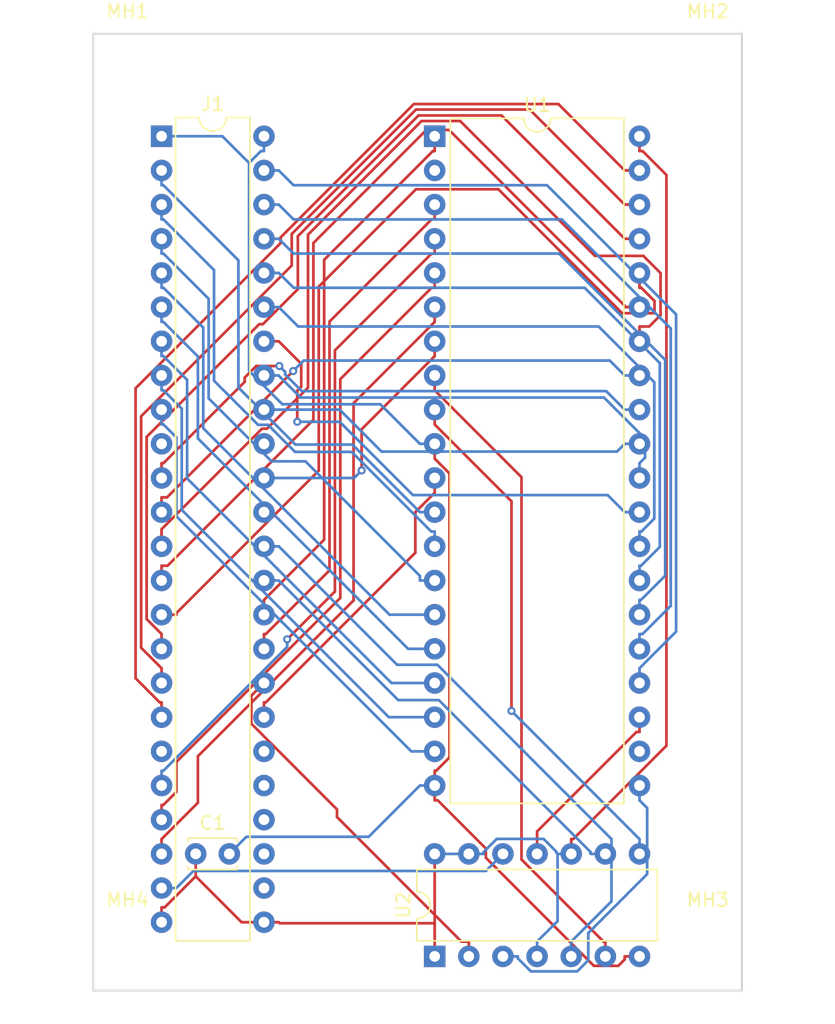
<source format=kicad_pcb>
(kicad_pcb (version 20211014) (generator pcbnew)
  (layers (0 "F.Cu" signal) (31 "B.Cu" signal) (34 "B.Paste" user) (35 "F.Paste" user) (36 "B.SilkS" user "B.Silkscreen") (37 "F.SilkS" user "F.Silkscreen") (38 "B.Mask" user) (39 "F.Mask" user) (44 "Edge.Cuts" user))
  (net 0 "")
  (net 1 "VCC")
  (net 2 "GND")
  (net 3 "/P53")
  (net 4 "Net-(J1-Pad30)")
  (net 5 "/P26")
  (net 6 "Net-(J1-Pad27)")
  (net 7 "/P27")
  (net 8 "/P47")
  (net 9 "/P46")
  (net 10 "Net-(J1-Pad26)")
  (net 11 "Net-(J1-Pad19)")
  (net 12 "/P25")
  (net 13 "/P24")
  (net 14 "/P23")
  (net 15 "/P22")
  (net 16 "/P21")
  (net 17 "/P20")
  (net 18 "/P34")
  (net 19 "Net-(J1-Pad10)")
  (net 20 "/P35")
  (net 21 "/P17")
  (net 22 "/P36")
  (net 23 "/P16")
  (net 24 "Net-(J1-Pad39)")
  (net 25 "/P15")
  (net 26 "/P14")
  (net 27 "/P13")
  (net 28 "/P42")
  (net 29 "/P12")
  (net 30 "/P11")
  (net 31 "/P44")
  (net 32 "/P10")
  (net 33 "/P45")
  (net 34 "/P33")
  (net 35 "/P32")
  (net 36 "/P31")
  (net 37 "/P30")
  (net 38 "/P51")
  (net 39 "/P43")
  (net 40 "/P52")
  (net 41 "/P50")
  (net 42 "/P37")
  (net 43 "/P40")
  (net 44 "Net-(J1-Pad28)")
  (net 45 "Net-(J1-Pad29)")
  (net 46 "Net-(J1-Pad37)")
  (net 47 "Net-(U1-Pad9)")
  (net 48 "Net-(U1-Pad8)")
  (net 49 "Net-(U1-Pad23)")
  (net 50 "Net-(U1-Pad22)")
  (net 51 "Net-(U1-Pad2)")
  (net 52 "Net-(U1-Pad21)")
  (footprint "MountingHole:MountingHole_3.2mm_M3" (layer "F.Cu") (at 101 70)
    (fp_text reference "MH1" (at 0 -4.2) (layer "F.SilkS"))
    (fp_text value "MountingHole_3.2mm_M3")
    (pad "" np_thru_hole circle locked (at 0 0) (size 3.2 3.2) (drill 3.2) (layers *.Cu *.Mask))
  )
  (footprint "MountingHole:MountingHole_3.2mm_M3" (layer "F.Cu") (at 144.18 70)
    (fp_text reference "MH2" (at 0 -4.2) (layer "F.SilkS"))
    (fp_text value "MountingHole_3.2mm_M3")
    (pad "" np_thru_hole circle locked (at 0 0) (size 3.2 3.2) (drill 3.2) (layers *.Cu *.Mask))
  )
  (footprint "MountingHole:MountingHole_3.2mm_M3" (layer "F.Cu") (at 144.18 136.04)
    (fp_text reference "MH3" (at 0 -4.2) (layer "F.SilkS"))
    (fp_text value "MountingHole_3.2mm_M3")
    (pad "" np_thru_hole circle locked (at 0 0) (size 3.2 3.2) (drill 3.2) (layers *.Cu *.Mask))
  )
  (footprint "MountingHole:MountingHole_3.2mm_M3" (layer "F.Cu") (at 101 136.04)
    (fp_text reference "MH4" (at 0 -4.2) (layer "F.SilkS"))
    (fp_text value "MountingHole_3.2mm_M3")
    (pad "" np_thru_hole circle locked (at 0 0) (size 3.2 3.2) (drill 3.2) (layers *.Cu *.Mask))
  )
  (footprint "Package_DIP:DIP-14_W7.62mm" (layer "F.Cu") (at 123.86 136.04 90)
    (fp_text reference "U2" (at 3.81 -2.33 90) (layer "F.SilkS"))
    (fp_text value "74HCT126")
    (fp_line (start 1.16 -1.33) (end 1.16 16.57) (layer "F.SilkS") (width 0.12))
    (fp_line (start 1.16 16.57) (end 6.46 16.57) (layer "F.SilkS") (width 0.12))
    (fp_line (start 6.46 16.57) (end 6.46 -1.33) (layer "F.SilkS") (width 0.12))
    (fp_line (start 6.46 -1.33) (end 4.81 -1.33) (layer "F.SilkS") (width 0.12))
    (fp_line (start 2.81 -1.33) (end 1.16 -1.33) (layer "F.SilkS") (width 0.12))
    (fp_arc (start 4.81 -1.33) (mid 3.81 -0.33) (end 2.81 -1.33) (layer "F.SilkS") (width 0.12))
    (pad "1" thru_hole rect locked (at 0 0 90) (size 1.6 1.6) (drill 0.8) (layers *.Cu *.Mask) (net 1 "VCC"))
    (pad "2" thru_hole oval locked (at 0 2.54 90) (size 1.6 1.6) (drill 0.8) (layers *.Cu *.Mask) (net 9 "/P46"))
    (pad "3" thru_hole oval locked (at 0 5.08 90) (size 1.6 1.6) (drill 0.8) (layers *.Cu *.Mask) (net 52 "Net-(U1-Pad21)"))
    (pad "4" thru_hole oval locked (at 0 7.62 90) (size 1.6 1.6) (drill 0.8) (layers *.Cu *.Mask) (net 1 "VCC"))
    (pad "5" thru_hole oval locked (at 0 10.16 90) (size 1.6 1.6) (drill 0.8) (layers *.Cu *.Mask) (net 28 "/P42"))
    (pad "6" thru_hole oval locked (at 0 12.7 90) (size 1.6 1.6) (drill 0.8) (layers *.Cu *.Mask) (net 48 "Net-(U1-Pad8)"))
    (pad "7" thru_hole oval locked (at 0 15.24 90) (size 1.6 1.6) (drill 0.8) (layers *.Cu *.Mask) (net 2 "GND"))
    (pad "8" thru_hole oval locked (at 7.62 15.24 90) (size 1.6 1.6) (drill 0.8) (layers *.Cu *.Mask) (net 47 "Net-(U1-Pad9)"))
    (pad "9" thru_hole oval locked (at 7.62 12.7 90) (size 1.6 1.6) (drill 0.8) (layers *.Cu *.Mask) (net 39 "/P43"))
    (pad "10" thru_hole oval locked (at 7.62 10.16 90) (size 1.6 1.6) (drill 0.8) (layers *.Cu *.Mask) (net 1 "VCC"))
    (pad "11" thru_hole oval locked (at 7.62 7.62 90) (size 1.6 1.6) (drill 0.8) (layers *.Cu *.Mask) (net 49 "Net-(U1-Pad23)"))
    (pad "12" thru_hole oval locked (at 7.62 5.08 90) (size 1.6 1.6) (drill 0.8) (layers *.Cu *.Mask) (net 3 "/P53"))
    (pad "13" thru_hole oval locked (at 7.62 2.54 90) (size 1.6 1.6) (drill 0.8) (layers *.Cu *.Mask) (net 1 "VCC"))
    (pad "14" thru_hole oval locked (at 7.62 0 90) (size 1.6 1.6) (drill 0.8) (layers *.Cu *.Mask) (net 1 "VCC"))
  )
  (footprint "Capacitor_THT:C_Disc_D3.4mm_W2.1mm_P2.50mm" (layer "F.Cu") (at 106.08 128.42)
    (fp_text reference "C1" (at 1.25 -2.3) (layer "F.SilkS"))
    (fp_text value "0.1u")
    (fp_line (start 3.07 -1.17) (end 3.07 -0.925) (layer "F.SilkS") (width 0.12))
    (fp_line (start -0.57 -1.17) (end 3.07 -1.17) (layer "F.SilkS") (width 0.12))
    (fp_line (start -0.57 1.17) (end 3.07 1.17) (layer "F.SilkS") (width 0.12))
    (fp_line (start -0.57 0.925) (end -0.57 1.17) (layer "F.SilkS") (width 0.12))
    (fp_line (start 3.07 0.925) (end 3.07 1.17) (layer "F.SilkS") (width 0.12))
    (fp_line (start -0.57 -1.17) (end -0.57 -0.925) (layer "F.SilkS") (width 0.12))
    (pad "1" thru_hole circle locked (at 0 0) (size 1.6 1.6) (drill 0.8) (layers *.Cu *.Mask) (net 1 "VCC"))
    (pad "2" thru_hole circle locked (at 2.5 0) (size 1.6 1.6) (drill 0.8) (layers *.Cu *.Mask) (net 2 "GND"))
  )
  (footprint "0-LocalLibrary:DIP-48_W7.62mm" (layer "F.Cu") (at 103.54 75.08)
    (fp_text reference "J1" (at 3.81 -2.39) (layer "F.SilkS"))
    (fp_text value "BionicConnector")
    (fp_line (start 1.04 59.81) (end 6.58 59.81) (layer "F.SilkS") (width 0.12))
    (fp_line (start 2.81 -1.39) (end 1.04 -1.39) (layer "F.SilkS") (width 0.12))
    (fp_line (start 6.58 -1.39) (end 4.81 -1.39) (layer "F.SilkS") (width 0.12))
    (fp_line (start 1.04 -1.39) (end 1.04 39.49) (layer "F.SilkS") (width 0.12))
    (fp_line (start 1.04 18.93) (end 1.04 59.81) (layer "F.SilkS") (width 0.12))
    (fp_line (start 6.58 39.49) (end 6.58 -1.39) (layer "F.SilkS") (width 0.12))
    (fp_line (start 6.58 59.81) (end 6.58 18.93) (layer "F.SilkS") (width 0.12))
    (fp_arc (start 4.81 -1.39) (mid 3.81 -0.39) (end 2.81 -1.39) (layer "F.SilkS") (width 0.12))
    (pad "1" thru_hole rect locked (at 0 0) (size 1.6 1.6) (drill 0.8) (layers *.Cu *.Mask) (net 2 "GND"))
    (pad "2" thru_hole oval locked (at 0 2.54) (size 1.6 1.6) (drill 0.8) (layers *.Cu *.Mask) (net 32 "/P10"))
    (pad "3" thru_hole oval locked (at 0 5.08) (size 1.6 1.6) (drill 0.8) (layers *.Cu *.Mask) (net 30 "/P11"))
    (pad "4" thru_hole oval locked (at 0 7.62) (size 1.6 1.6) (drill 0.8) (layers *.Cu *.Mask) (net 29 "/P12"))
    (pad "5" thru_hole oval locked (at 0 10.16) (size 1.6 1.6) (drill 0.8) (layers *.Cu *.Mask) (net 27 "/P13"))
    (pad "6" thru_hole oval locked (at 0 12.7) (size 1.6 1.6) (drill 0.8) (layers *.Cu *.Mask) (net 26 "/P14"))
    (pad "7" thru_hole oval locked (at 0 15.24) (size 1.6 1.6) (drill 0.8) (layers *.Cu *.Mask) (net 25 "/P15"))
    (pad "8" thru_hole oval locked (at 0 17.78) (size 1.6 1.6) (drill 0.8) (layers *.Cu *.Mask) (net 23 "/P16"))
    (pad "9" thru_hole oval locked (at 0 20.32) (size 1.6 1.6) (drill 0.8) (layers *.Cu *.Mask) (net 21 "/P17"))
    (pad "10" thru_hole oval locked (at 0 22.86) (size 1.6 1.6) (drill 0.8) (layers *.Cu *.Mask) (net 19 "Net-(J1-Pad10)"))
    (pad "11" thru_hole oval locked (at 0 25.4) (size 1.6 1.6) (drill 0.8) (layers *.Cu *.Mask) (net 37 "/P30"))
    (pad "12" thru_hole oval locked (at 0 27.94) (size 1.6 1.6) (drill 0.8) (layers *.Cu *.Mask) (net 36 "/P31"))
    (pad "13" thru_hole oval locked (at 0 30.48) (size 1.6 1.6) (drill 0.8) (layers *.Cu *.Mask) (net 35 "/P32"))
    (pad "14" thru_hole oval locked (at 0 33.02) (size 1.6 1.6) (drill 0.8) (layers *.Cu *.Mask) (net 34 "/P33"))
    (pad "15" thru_hole oval locked (at 0 35.56) (size 1.6 1.6) (drill 0.8) (layers *.Cu *.Mask) (net 18 "/P34"))
    (pad "16" thru_hole oval locked (at 0 38.1) (size 1.6 1.6) (drill 0.8) (layers *.Cu *.Mask) (net 20 "/P35"))
    (pad "17" thru_hole oval locked (at 0 40.64) (size 1.6 1.6) (drill 0.8) (layers *.Cu *.Mask) (net 22 "/P36"))
    (pad "18" thru_hole oval locked (at 0 43.18) (size 1.6 1.6) (drill 0.8) (layers *.Cu *.Mask) (net 42 "/P37"))
    (pad "19" thru_hole oval locked (at 0 45.72) (size 1.6 1.6) (drill 0.8) (layers *.Cu *.Mask) (net 11 "Net-(J1-Pad19)"))
    (pad "20" thru_hole oval locked (at 0 48.26) (size 1.6 1.6) (drill 0.8) (layers *.Cu *.Mask) (net 41 "/P50"))
    (pad "21" thru_hole oval locked (at 0 50.8) (size 1.6 1.6) (drill 0.8) (layers *.Cu *.Mask) (net 38 "/P51"))
    (pad "22" thru_hole oval locked (at 0 53.34) (size 1.6 1.6) (drill 0.8) (layers *.Cu *.Mask) (net 40 "/P52"))
    (pad "23" thru_hole oval locked (at 0 55.88) (size 1.6 1.6) (drill 0.8) (layers *.Cu *.Mask) (net 3 "/P53"))
    (pad "24" thru_hole oval locked (at 0 58.42) (size 1.6 1.6) (drill 0.8) (layers *.Cu *.Mask) (net 1 "VCC"))
    (pad "25" thru_hole oval locked (at 7.62 58.42) (size 1.6 1.6) (drill 0.8) (layers *.Cu *.Mask) (net 1 "VCC"))
    (pad "26" thru_hole oval locked (at 7.62 55.88) (size 1.6 1.6) (drill 0.8) (layers *.Cu *.Mask) (net 10 "Net-(J1-Pad26)"))
    (pad "27" thru_hole oval locked (at 7.62 53.34) (size 1.6 1.6) (drill 0.8) (layers *.Cu *.Mask) (net 6 "Net-(J1-Pad27)"))
    (pad "28" thru_hole oval locked (at 7.62 50.8) (size 1.6 1.6) (drill 0.8) (layers *.Cu *.Mask) (net 44 "Net-(J1-Pad28)"))
    (pad "29" thru_hole oval locked (at 7.62 48.26) (size 1.6 1.6) (drill 0.8) (layers *.Cu *.Mask) (net 45 "Net-(J1-Pad29)"))
    (pad "30" thru_hole oval locked (at 7.62 45.72) (size 1.6 1.6) (drill 0.8) (layers *.Cu *.Mask) (net 4 "Net-(J1-Pad30)"))
    (pad "31" thru_hole oval locked (at 7.62 43.18) (size 1.6 1.6) (drill 0.8) (layers *.Cu *.Mask) (net 8 "/P47"))
    (pad "32" thru_hole oval locked (at 7.62 40.64) (size 1.6 1.6) (drill 0.8) (layers *.Cu *.Mask) (net 9 "/P46"))
    (pad "33" thru_hole oval locked (at 7.62 38.1) (size 1.6 1.6) (drill 0.8) (layers *.Cu *.Mask) (net 33 "/P45"))
    (pad "34" thru_hole oval locked (at 7.62 35.56) (size 1.6 1.6) (drill 0.8) (layers *.Cu *.Mask) (net 31 "/P44"))
    (pad "35" thru_hole oval locked (at 7.62 33.02) (size 1.6 1.6) (drill 0.8) (layers *.Cu *.Mask) (net 39 "/P43"))
    (pad "36" thru_hole oval locked (at 7.62 30.48) (size 1.6 1.6) (drill 0.8) (layers *.Cu *.Mask) (net 28 "/P42"))
    (pad "37" thru_hole oval locked (at 7.62 27.94) (size 1.6 1.6) (drill 0.8) (layers *.Cu *.Mask) (net 46 "Net-(J1-Pad37)"))
    (pad "38" thru_hole oval locked (at 7.62 25.4) (size 1.6 1.6) (drill 0.8) (layers *.Cu *.Mask) (net 43 "/P40"))
    (pad "39" thru_hole oval locked (at 7.62 22.86) (size 1.6 1.6) (drill 0.8) (layers *.Cu *.Mask) (net 24 "Net-(J1-Pad39)"))
    (pad "40" thru_hole oval locked (at 7.62 20.32) (size 1.6 1.6) (drill 0.8) (layers *.Cu *.Mask) (net 7 "/P27"))
    (pad "41" thru_hole oval locked (at 7.62 17.78) (size 1.6 1.6) (drill 0.8) (layers *.Cu *.Mask) (net 5 "/P26"))
    (pad "42" thru_hole oval locked (at 7.62 15.24) (size 1.6 1.6) (drill 0.8) (layers *.Cu *.Mask) (net 12 "/P25"))
    (pad "43" thru_hole oval locked (at 7.62 12.7) (size 1.6 1.6) (drill 0.8) (layers *.Cu *.Mask) (net 13 "/P24"))
    (pad "44" thru_hole oval locked (at 7.62 10.16) (size 1.6 1.6) (drill 0.8) (layers *.Cu *.Mask) (net 14 "/P23"))
    (pad "45" thru_hole oval locked (at 7.62 7.62) (size 1.6 1.6) (drill 0.8) (layers *.Cu *.Mask) (net 15 "/P22"))
    (pad "46" thru_hole oval locked (at 7.62 5.08) (size 1.6 1.6) (drill 0.8) (layers *.Cu *.Mask) (net 16 "/P21"))
    (pad "47" thru_hole oval locked (at 7.62 2.54) (size 1.6 1.6) (drill 0.8) (layers *.Cu *.Mask) (net 17 "/P20"))
    (pad "48" thru_hole oval locked (at 7.62 0) (size 1.6 1.6) (drill 0.8) (layers *.Cu *.Mask) (net 2 "GND"))
  )
  (footprint "Package_DIP:DIP-40_W15.24mm" (layer "F.Cu") (at 123.86 75.08)
    (fp_text reference "U1" (at 7.62 -2.33) (layer "F.SilkS"))
    (fp_text value "TMP90P802A")
    (fp_line (start 1.16 -1.33) (end 1.16 49.59) (layer "F.SilkS") (width 0.12))
    (fp_line (start 1.16 49.59) (end 14.08 49.59) (layer "F.SilkS") (width 0.12))
    (fp_line (start 6.62 -1.33) (end 1.16 -1.33) (layer "F.SilkS") (width 0.12))
    (fp_line (start 14.08 -1.33) (end 8.62 -1.33) (layer "F.SilkS") (width 0.12))
    (fp_line (start 14.08 49.59) (end 14.08 -1.33) (layer "F.SilkS") (width 0.12))
    (fp_arc (start 8.62 -1.33) (mid 7.62 -0.33) (end 6.62 -1.33) (layer "F.SilkS") (width 0.12))
    (pad "1" thru_hole rect locked (at 0 0) (size 1.6 1.6) (drill 0.8) (layers *.Cu *.Mask) (net 31 "/P44"))
    (pad "2" thru_hole oval locked (at 0 2.54) (size 1.6 1.6) (drill 0.8) (layers *.Cu *.Mask) (net 51 "Net-(U1-Pad2)"))
    (pad "3" thru_hole oval locked (at 0 5.08) (size 1.6 1.6) (drill 0.8) (layers *.Cu *.Mask) (net 33 "/P45"))
    (pad "4" thru_hole oval locked (at 0 7.62) (size 1.6 1.6) (drill 0.8) (layers *.Cu *.Mask) (net 41 "/P50"))
    (pad "5" thru_hole oval locked (at 0 10.16) (size 1.6 1.6) (drill 0.8) (layers *.Cu *.Mask) (net 38 "/P51"))
    (pad "6" thru_hole oval locked (at 0 12.7) (size 1.6 1.6) (drill 0.8) (layers *.Cu *.Mask) (net 40 "/P52"))
    (pad "7" thru_hole oval locked (at 0 15.24) (size 1.6 1.6) (drill 0.8) (layers *.Cu *.Mask) (net 43 "/P40"))
    (pad "8" thru_hole oval locked (at 0 17.78) (size 1.6 1.6) (drill 0.8) (layers *.Cu *.Mask) (net 48 "Net-(U1-Pad8)"))
    (pad "9" thru_hole oval locked (at 0 20.32) (size 1.6 1.6) (drill 0.8) (layers *.Cu *.Mask) (net 47 "Net-(U1-Pad9)"))
    (pad "10" thru_hole oval locked (at 0 22.86) (size 1.6 1.6) (drill 0.8) (layers *.Cu *.Mask) (net 2 "GND"))
    (pad "11" thru_hole oval locked (at 0 25.4) (size 1.6 1.6) (drill 0.8) (layers *.Cu *.Mask) (net 8 "/P47"))
    (pad "12" thru_hole oval locked (at 0 27.94) (size 1.6 1.6) (drill 0.8) (layers *.Cu *.Mask) (net 32 "/P10"))
    (pad "13" thru_hole oval locked (at 0 30.48) (size 1.6 1.6) (drill 0.8) (layers *.Cu *.Mask) (net 30 "/P11"))
    (pad "14" thru_hole oval locked (at 0 33.02) (size 1.6 1.6) (drill 0.8) (layers *.Cu *.Mask) (net 29 "/P12"))
    (pad "15" thru_hole oval locked (at 0 35.56) (size 1.6 1.6) (drill 0.8) (layers *.Cu *.Mask) (net 27 "/P13"))
    (pad "16" thru_hole oval locked (at 0 38.1) (size 1.6 1.6) (drill 0.8) (layers *.Cu *.Mask) (net 26 "/P14"))
    (pad "17" thru_hole oval locked (at 0 40.64) (size 1.6 1.6) (drill 0.8) (layers *.Cu *.Mask) (net 25 "/P15"))
    (pad "18" thru_hole oval locked (at 0 43.18) (size 1.6 1.6) (drill 0.8) (layers *.Cu *.Mask) (net 23 "/P16"))
    (pad "19" thru_hole oval locked (at 0 45.72) (size 1.6 1.6) (drill 0.8) (layers *.Cu *.Mask) (net 21 "/P17"))
    (pad "20" thru_hole oval locked (at 0 48.26) (size 1.6 1.6) (drill 0.8) (layers *.Cu *.Mask) (net 2 "GND"))
    (pad "21" thru_hole oval locked (at 15.24 48.26) (size 1.6 1.6) (drill 0.8) (layers *.Cu *.Mask) (net 52 "Net-(U1-Pad21)"))
    (pad "22" thru_hole oval locked (at 15.24 45.72) (size 1.6 1.6) (drill 0.8) (layers *.Cu *.Mask) (net 50 "Net-(U1-Pad22)"))
    (pad "23" thru_hole oval locked (at 15.24 43.18) (size 1.6 1.6) (drill 0.8) (layers *.Cu *.Mask) (net 49 "Net-(U1-Pad23)"))
    (pad "24" thru_hole oval locked (at 15.24 40.64) (size 1.6 1.6) (drill 0.8) (layers *.Cu *.Mask) (net 17 "/P20"))
    (pad "25" thru_hole oval locked (at 15.24 38.1) (size 1.6 1.6) (drill 0.8) (layers *.Cu *.Mask) (net 16 "/P21"))
    (pad "26" thru_hole oval locked (at 15.24 35.56) (size 1.6 1.6) (drill 0.8) (layers *.Cu *.Mask) (net 15 "/P22"))
    (pad "27" thru_hole oval locked (at 15.24 33.02) (size 1.6 1.6) (drill 0.8) (layers *.Cu *.Mask) (net 14 "/P23"))
    (pad "28" thru_hole oval locked (at 15.24 30.48) (size 1.6 1.6) (drill 0.8) (layers *.Cu *.Mask) (net 13 "/P24"))
    (pad "29" thru_hole oval locked (at 15.24 27.94) (size 1.6 1.6) (drill 0.8) (layers *.Cu *.Mask) (net 12 "/P25"))
    (pad "30" thru_hole oval locked (at 15.24 25.4) (size 1.6 1.6) (drill 0.8) (layers *.Cu *.Mask) (net 5 "/P26"))
    (pad "31" thru_hole oval locked (at 15.24 22.86) (size 1.6 1.6) (drill 0.8) (layers *.Cu *.Mask) (net 7 "/P27"))
    (pad "32" thru_hole oval locked (at 15.24 20.32) (size 1.6 1.6) (drill 0.8) (layers *.Cu *.Mask) (net 37 "/P30"))
    (pad "33" thru_hole oval locked (at 15.24 17.78) (size 1.6 1.6) (drill 0.8) (layers *.Cu *.Mask) (net 36 "/P31"))
    (pad "34" thru_hole oval locked (at 15.24 15.24) (size 1.6 1.6) (drill 0.8) (layers *.Cu *.Mask) (net 35 "/P32"))
    (pad "35" thru_hole oval locked (at 15.24 12.7) (size 1.6 1.6) (drill 0.8) (layers *.Cu *.Mask) (net 34 "/P33"))
    (pad "36" thru_hole oval locked (at 15.24 10.16) (size 1.6 1.6) (drill 0.8) (layers *.Cu *.Mask) (net 18 "/P34"))
    (pad "37" thru_hole oval locked (at 15.24 7.62) (size 1.6 1.6) (drill 0.8) (layers *.Cu *.Mask) (net 20 "/P35"))
    (pad "38" thru_hole oval locked (at 15.24 5.08) (size 1.6 1.6) (drill 0.8) (layers *.Cu *.Mask) (net 22 "/P36"))
    (pad "39" thru_hole oval locked (at 15.24 2.54) (size 1.6 1.6) (drill 0.8) (layers *.Cu *.Mask) (net 42 "/P37"))
    (pad "40" thru_hole oval locked (at 15.24 0) (size 1.6 1.6) (drill 0.8) (layers *.Cu *.Mask) (net 1 "VCC"))
  )
  (gr_line (start 98.46 138.58) (end 98.46 67.46) (layer "Edge.Cuts") (width 0.15))
  (gr_line (start 98.46 67.46) (end 146.72 67.46) (layer "Edge.Cuts") (width 0.15))
  (gr_line (start 146.72 138.58) (end 98.46 138.58) (layer "Edge.Cuts") (width 0.15))
  (gr_line (start 146.72 67.46) (end 146.72 138.58) (layer "Edge.Cuts") (width 0.15))
  (segment (start 106.08 128.42) (end 106.08 130.0877) (width 0.2) (layer "F.Cu") (net 1))
  (segment (start 111.16 133.5) (end 112.2603 133.5) (width 0.2) (layer "F.Cu") (net 1))
  (segment (start 141.1018 120.3838) (end 141.1018 77.9541) (width 0.2) (layer "F.Cu") (net 1))
  (segment (start 139.328 76.1803) (end 139.1 76.1803) (width 0.2) (layer "F.Cu") (net 1))
  (segment (start 109.4923 133.5) (end 106.08 130.0877) (width 0.2) (layer "F.Cu") (net 1))
  (segment (start 111.16 133.5) (end 109.4923 133.5) (width 0.2) (layer "F.Cu") (net 1))
  (segment (start 123.86 133.5772) (end 112.3375 133.5772) (width 0.2) (layer "F.Cu") (net 1))
  (segment (start 103.768 132.3997) (end 103.54 132.3997) (width 0.2) (layer "F.Cu") (net 1))
  (segment (start 134.1659 127.3197) (end 141.1018 120.3838) (width 0.2) (layer "F.Cu") (net 1))
  (segment (start 112.3375 133.5772) (end 112.2603 133.5) (width 0.2) (layer "F.Cu") (net 1))
  (segment (start 139.1 75.08) (end 139.1 76.1803) (width 0.2) (layer "F.Cu") (net 1))
  (segment (start 123.86 136.04) (end 123.86 133.5772) (width 0.2) (layer "F.Cu") (net 1))
  (segment (start 106.08 130.0877) (end 103.768 132.3997) (width 0.2) (layer "F.Cu") (net 1))
  (segment (start 141.1018 77.9541) (end 139.328 76.1803) (width 0.2) (layer "F.Cu") (net 1))
  (segment (start 134.02 127.3197) (end 134.1659 127.3197) (width 0.2) (layer "F.Cu") (net 1))
  (segment (start 103.54 133.5) (end 103.54 132.3997) (width 0.2) (layer "F.Cu") (net 1))
  (segment (start 134.02 128.42) (end 134.02 127.3197) (width 0.2) (layer "F.Cu") (net 1))
  (segment (start 123.86 133.5772) (end 123.86 128.42) (width 0.2) (layer "F.Cu") (net 1))
  (segment (start 134.02 128.42) (end 133.0032 128.42) (width 0.2) (layer "B.Cu") (net 1))
  (segment (start 128.4746 127.3082) (end 131.9636 127.3082) (width 0.2) (layer "B.Cu") (net 1))
  (segment (start 127.5003 128.42) (end 127.5003 128.2825) (width 0.2) (layer "B.Cu") (net 1))
  (segment (start 131.48 136.04) (end 131.48 134.9397) (width 0.2) (layer "B.Cu") (net 1))
  (segment (start 126.4 128.42) (end 127.5003 128.42) (width 0.2) (layer "B.Cu") (net 1))
  (segment (start 132.9197 128.3366) (end 132.9198 128.3366) (width 0.2) (layer "B.Cu") (net 1))
  (segment (start 132.9198 128.3366) (end 133.0032 128.42) (width 0.2) (layer "B.Cu") (net 1))
  (segment (start 127.5003 128.2825) (end 128.4746 127.3082) (width 0.2) (layer "B.Cu") (net 1))
  (segment (start 132.9197 128.2643) (end 132.9197 128.3366) (width 0.2) (layer "B.Cu") (net 1))
  (segment (start 133.0032 128.42) (end 133.0032 133.4165) (width 0.2) (layer "B.Cu") (net 1))
  (segment (start 131.9636 127.3082) (end 132.9197 128.2643) (width 0.2) (layer "B.Cu") (net 1))
  (segment (start 126.4 128.42) (end 123.86 128.42) (width 0.2) (layer "B.Cu") (net 1))
  (segment (start 133.0032 133.4165) (end 131.48 134.9397) (width 0.2) (layer "B.Cu") (net 1))
  (segment (start 137.9997 136.04) (end 137.9997 136.268) (width 0.2) (layer "F.Cu") (net 2))
  (segment (start 137.9997 136.268) (end 137.5275 136.7402) (width 0.2) (layer "F.Cu") (net 2))
  (segment (start 139.1 136.04) (end 137.9997 136.04) (width 0.2) (layer "F.Cu") (net 2))
  (segment (start 127.67 128.0223) (end 124.088 124.4403) (width 0.2) (layer "F.Cu") (net 2))
  (segment (start 123.86 97.94) (end 123.86 99.0403) (width 0.2) (layer "F.Cu") (net 2))
  (segment (start 127.67 128.7068) (end 127.67 128.0223) (width 0.2) (layer "F.Cu") (net 2))
  (segment (start 124.9652 121.2485) (end 123.974 122.2397) (width 0.2) (layer "F.Cu") (net 2))
  (segment (start 135.7034 136.7402) (end 127.67 128.7068) (width 0.2) (layer "F.Cu") (net 2))
  (segment (start 123.974 122.2397) (end 123.86 122.2397) (width 0.2) (layer "F.Cu") (net 2))
  (segment (start 124.088 124.4403) (end 123.86 124.4403) (width 0.2) (layer "F.Cu") (net 2))
  (segment (start 137.5275 136.7402) (end 135.7034 136.7402) (width 0.2) (layer "F.Cu") (net 2))
  (segment (start 123.86 123.34) (end 123.86 122.2397) (width 0.2) (layer "F.Cu") (net 2))
  (segment (start 123.86 123.34) (end 123.86 124.4403) (width 0.2) (layer "F.Cu") (net 2))
  (segment (start 124.9652 100.1455) (end 124.9652 121.2485) (width 0.2) (layer "F.Cu") (net 2))
  (segment (start 123.86 99.0403) (end 124.9652 100.1455) (width 0.2) (layer "F.Cu") (net 2))
  (segment (start 109.85 127.15) (end 108.58 128.42) (width 0.2) (layer "B.Cu") (net 2))
  (segment (start 108.0661 75.08) (end 110.0492 77.0631) (width 0.2) (layer "B.Cu") (net 2))
  (segment (start 110.0492 92.5241) (end 110.0492 77.0631) (width 0.2) (layer "B.Cu") (net 2))
  (segment (start 110.932 76.1803) (end 111.16 76.1803) (width 0.2) (layer "B.Cu") (net 2))
  (segment (start 110.0492 77.0631) (end 110.932 76.1803) (width 0.2) (layer "B.Cu") (net 2))
  (segment (start 111.16 75.08) (end 111.16 76.1803) (width 0.2) (layer "B.Cu") (net 2))
  (segment (start 118.9497 127.15) (end 109.85 127.15) (width 0.2) (layer "B.Cu") (net 2))
  (segment (start 123.86 123.34) (end 122.7597 123.34) (width 0.2) (layer "B.Cu") (net 2))
  (segment (start 119.8193 94.9996) (end 112.5247 94.9996) (width 0.2) (layer "B.Cu") (net 2))
  (segment (start 122.7597 123.34) (end 118.9497 127.15) (width 0.2) (layer "B.Cu") (net 2))
  (segment (start 122.7597 97.94) (end 119.8193 94.9996) (width 0.2) (layer "B.Cu") (net 2))
  (segment (start 103.54 75.08) (end 108.0661 75.08) (width 0.2) (layer "B.Cu") (net 2))
  (segment (start 123.86 97.94) (end 122.7597 97.94) (width 0.2) (layer "B.Cu") (net 2))
  (segment (start 112.5247 94.9996) (end 110.0492 92.5241) (width 0.2) (layer "B.Cu") (net 2))
  (segment (start 128.94 128.42) (end 127.67 129.69) (width 0.2) (layer "B.Cu") (net 3))
  (segment (start 127.67 129.69) (end 105.9103 129.69) (width 0.2) (layer "B.Cu") (net 3))
  (segment (start 105.9103 129.69) (end 104.6403 130.96) (width 0.2) (layer "B.Cu") (net 3))
  (segment (start 103.54 130.96) (end 104.6403 130.96) (width 0.2) (layer "B.Cu") (net 3))
  (segment (start 111.16 92.86) (end 112.2603 92.86) (width 0.2) (layer "B.Cu") (net 5))
  (segment (start 136.4599 94.5017) (end 113.8859 94.5017) (width 0.2) (layer "B.Cu") (net 5))
  (segment (start 139.515 98.9647) (end 139.515 97.5568) (width 0.2) (layer "B.Cu") (net 5))
  (segment (start 113.8859 94.5017) (end 112.2603 92.8761) (width 0.2) (layer "B.Cu") (net 5))
  (segment (start 112.2603 92.8761) (end 112.2603 92.86) (width 0.2) (layer "B.Cu") (net 5))
  (segment (start 139.1 99.3797) (end 139.515 98.9647) (width 0.2) (layer "B.Cu") (net 5))
  (segment (start 139.1 100.48) (end 139.1 99.3797) (width 0.2) (layer "B.Cu") (net 5))
  (segment (start 139.515 97.5568) (end 136.4599 94.5017) (width 0.2) (layer "B.Cu") (net 5))
  (segment (start 112.2603 95.4) (end 116.7859 95.4) (width 0.2) (layer "B.Cu") (net 7))
  (segment (start 116.7859 95.4) (end 119.9032 98.5173) (width 0.2) (layer "B.Cu") (net 7))
  (segment (start 137.4224 98.5173) (end 137.9997 97.94) (width 0.2) (layer "B.Cu") (net 7))
  (segment (start 139.1 97.94) (end 137.9997 97.94) (width 0.2) (layer "B.Cu") (net 7))
  (segment (start 119.9032 98.5173) (end 137.4224 98.5173) (width 0.2) (layer "B.Cu") (net 7))
  (segment (start 111.16 95.4) (end 112.2603 95.4) (width 0.2) (layer "B.Cu") (net 7))
  (segment (start 111.16 117.1597) (end 111.2975 117.1597) (width 0.2) (layer "F.Cu") (net 8))
  (segment (start 111.16 118.26) (end 111.16 117.1597) (width 0.2) (layer "F.Cu") (net 8))
  (segment (start 122.4204 103.0199) (end 123.86 101.5803) (width 0.2) (layer "F.Cu") (net 8))
  (segment (start 111.2975 117.1597) (end 122.4204 106.0368) (width 0.2) (layer "F.Cu") (net 8))
  (segment (start 123.86 100.48) (end 123.86 101.5803) (width 0.2) (layer "F.Cu") (net 8))
  (segment (start 122.4204 106.0368) (end 122.4204 103.0199) (width 0.2) (layer "F.Cu") (net 8))
  (segment (start 126.4 134.9397) (end 125.8498 134.9397) (width 0.2) (layer "F.Cu") (net 9))
  (segment (start 116.5932 125.6831) (end 116.5932 125.118) (width 0.2) (layer "F.Cu") (net 9))
  (segment (start 110.2194 118.7442) (end 110.2194 116.6606) (width 0.2) (layer "F.Cu") (net 9))
  (segment (start 116.5932 125.118) (end 110.2194 118.7442) (width 0.2) (layer "F.Cu") (net 9))
  (segment (start 125.8498 134.9397) (end 116.5932 125.6831) (width 0.2) (layer "F.Cu") (net 9))
  (segment (start 126.4 136.04) (end 126.4 134.9397) (width 0.2) (layer "F.Cu") (net 9))
  (segment (start 110.2194 116.6606) (end 111.16 115.72) (width 0.2) (layer "F.Cu") (net 9))
  (segment (start 113.635 93.9964) (end 113.635 96.303) (width 0.2) (layer "F.Cu") (net 12))
  (segment (start 113.9332 91.9929) (end 113.9332 93.6982) (width 0.2) (layer "F.Cu") (net 12))
  (segment (start 111.16 90.32) (end 112.2603 90.32) (width 0.2) (layer "F.Cu") (net 12))
  (segment (start 113.9332 93.6982) (end 113.635 93.9964) (width 0.2) (layer "F.Cu") (net 12))
  (segment (start 112.2603 90.32) (end 113.9332 91.9929) (width 0.2) (layer "F.Cu") (net 12))
  (via (at 113.635 96.303) (size 0.6) (drill 0.3) (layers "F.Cu" "B.Cu") (net 12))
  (segment (start 116.791 96.303) (end 122.238 101.75) (width 0.2) (layer "B.Cu") (net 12))
  (segment (start 139.1 103.02) (end 137.9997 103.02) (width 0.2) (layer "B.Cu") (net 12))
  (segment (start 113.635 96.303) (end 116.791 96.303) (width 0.2) (layer "B.Cu") (net 12))
  (segment (start 136.7297 101.75) (end 137.9997 103.02) (width 0.2) (layer "B.Cu") (net 12))
  (segment (start 122.238 101.75) (end 136.7297 101.75) (width 0.2) (layer "B.Cu") (net 12))
  (segment (start 112.2603 87.78) (end 113.7 89.2197) (width 0.2) (layer "B.Cu") (net 13))
  (segment (start 140.2009 93.3591) (end 140.2009 103.4963) (width 0.2) (layer "B.Cu") (net 13))
  (segment (start 140.2009 103.4963) (end 139.2375 104.4597) (width 0.2) (layer "B.Cu") (net 13))
  (segment (start 111.16 87.78) (end 112.2603 87.78) (width 0.2) (layer "B.Cu") (net 13))
  (segment (start 113.7 89.2197) (end 136.0615 89.2197) (width 0.2) (layer "B.Cu") (net 13))
  (segment (start 139.1 105.56) (end 139.1 104.4597) (width 0.2) (layer "B.Cu") (net 13))
  (segment (start 136.0615 89.2197) (end 140.2009 93.3591) (width 0.2) (layer "B.Cu") (net 13))
  (segment (start 139.2375 104.4597) (end 139.1 104.4597) (width 0.2) (layer "B.Cu") (net 13))
  (segment (start 111.16 85.24) (end 112.2603 85.24) (width 0.2) (layer "B.Cu") (net 14))
  (segment (start 139.214 106.9997) (end 139.1 106.9997) (width 0.2) (layer "B.Cu") (net 14))
  (segment (start 113.3606 86.3403) (end 135.0106 86.3403) (width 0.2) (layer "B.Cu") (net 14))
  (segment (start 112.2603 85.24) (end 113.3606 86.3403) (width 0.2) (layer "B.Cu") (net 14))
  (segment (start 139.1 108.1) (end 139.1 106.9997) (width 0.2) (layer "B.Cu") (net 14))
  (segment (start 140.6106 91.9403) (end 140.6106 105.6031) (width 0.2) (layer "B.Cu") (net 14))
  (segment (start 140.6106 105.6031) (end 139.214 106.9997) (width 0.2) (layer "B.Cu") (net 14))
  (segment (start 135.0106 86.3403) (end 140.6106 91.9403) (width 0.2) (layer "B.Cu") (net 14))
  (segment (start 133.1136 83.8003) (end 141.0109 91.6976) (width 0.2) (layer "B.Cu") (net 15))
  (segment (start 113.3606 83.8003) (end 133.1136 83.8003) (width 0.2) (layer "B.Cu") (net 15))
  (segment (start 111.16 82.7) (end 112.2603 82.7) (width 0.2) (layer "B.Cu") (net 15))
  (segment (start 139.1 110.64) (end 139.1 109.5397) (width 0.2) (layer "B.Cu") (net 15))
  (segment (start 112.2603 82.7) (end 113.3606 83.8003) (width 0.2) (layer "B.Cu") (net 15))
  (segment (start 139.214 109.5397) (end 139.1 109.5397) (width 0.2) (layer "B.Cu") (net 15))
  (segment (start 141.0109 91.6976) (end 141.0109 107.7428) (width 0.2) (layer "B.Cu") (net 15))
  (segment (start 141.0109 107.7428) (end 139.214 109.5397) (width 0.2) (layer "B.Cu") (net 15))
  (segment (start 141.4234 109.9843) (end 139.328 112.0797) (width 0.2) (layer "B.Cu") (net 16))
  (segment (start 111.16 80.16) (end 112.2603 80.16) (width 0.2) (layer "B.Cu") (net 16))
  (segment (start 112.2603 80.16) (end 113.3606 81.2603) (width 0.2) (layer "B.Cu") (net 16))
  (segment (start 133.3201 81.2603) (end 141.4234 89.3636) (width 0.2) (layer "B.Cu") (net 16))
  (segment (start 139.1 113.18) (end 139.1 112.0797) (width 0.2) (layer "B.Cu") (net 16))
  (segment (start 139.328 112.0797) (end 139.1 112.0797) (width 0.2) (layer "B.Cu") (net 16))
  (segment (start 141.4234 89.3636) (end 141.4234 109.9843) (width 0.2) (layer "B.Cu") (net 16))
  (segment (start 113.3606 81.2603) (end 133.3201 81.2603) (width 0.2) (layer "B.Cu") (net 16))
  (segment (start 139.1 115.72) (end 139.1 114.6197) (width 0.2) (layer "B.Cu") (net 17))
  (segment (start 141.8238 111.8959) (end 141.8238 88.3241) (width 0.2) (layer "B.Cu") (net 17))
  (segment (start 139.1 114.6197) (end 141.8238 111.8959) (width 0.2) (layer "B.Cu") (net 17))
  (segment (start 113.3606 78.7203) (end 112.2603 77.62) (width 0.2) (layer "B.Cu") (net 17))
  (segment (start 141.8238 88.3241) (end 132.22 78.7203) (width 0.2) (layer "B.Cu") (net 17))
  (segment (start 111.16 77.62) (end 112.2603 77.62) (width 0.2) (layer "B.Cu") (net 17))
  (segment (start 132.22 78.7203) (end 113.3606 78.7203) (width 0.2) (layer "B.Cu") (net 17))
  (segment (start 139.1 86.3403) (end 139.2318 86.3403) (width 0.2) (layer "F.Cu") (net 18))
  (segment (start 139.1 85.24) (end 139.1 86.3403) (width 0.2) (layer "F.Cu") (net 18))
  (segment (start 140.1583 88.2331) (end 137.8122 88.2331) (width 0.2) (layer "F.Cu") (net 18))
  (segment (start 115.2362 86.2513) (end 115.2362 99.9301) (width 0.2) (layer "F.Cu") (net 18))
  (segment (start 140.2167 87.3252) (end 140.2167 88.1747) (width 0.2) (layer "F.Cu") (net 18))
  (segment (start 104.6403 110.526) (end 104.6403 110.64) (width 0.2) (layer "F.Cu") (net 18))
  (segment (start 137.8122 88.2331) (end 128.5975 79.0184) (width 0.2) (layer "F.Cu") (net 18))
  (segment (start 128.5975 79.0184) (end 122.4691 79.0184) (width 0.2) (layer "F.Cu") (net 18))
  (segment (start 103.54 110.64) (end 104.6403 110.64) (width 0.2) (layer "F.Cu") (net 18))
  (segment (start 115.2362 99.9301) (end 104.6403 110.526) (width 0.2) (layer "F.Cu") (net 18))
  (segment (start 139.2318 86.3403) (end 140.2167 87.3252) (width 0.2) (layer "F.Cu") (net 18))
  (segment (start 140.2167 88.1747) (end 140.1583 88.2331) (width 0.2) (layer "F.Cu") (net 18))
  (segment (start 122.4691 79.0184) (end 115.2362 86.2513) (width 0.2) (layer "F.Cu") (net 18))
  (segment (start 103.54 113.18) (end 103.54 112.0797) (width 0.2) (layer "F.Cu") (net 20))
  (segment (start 128.8334 73.5337) (end 137.9997 82.7) (width 0.2) (layer "F.Cu") (net 20))
  (segment (start 122.6548 73.5337) (end 128.8334 73.5337) (width 0.2) (layer "F.Cu") (net 20))
  (segment (start 113.6815 86.444) (end 113.6815 82.507) (width 0.2) (layer "F.Cu") (net 20))
  (segment (start 102.4284 110.9681) (end 102.4284 97.4256) (width 0.2) (layer "F.Cu") (net 20))
  (segment (start 103.54 112.0797) (end 102.4284 110.9681) (width 0.2) (layer "F.Cu") (net 20))
  (segment (start 113.6815 82.507) (end 122.6548 73.5337) (width 0.2) (layer "F.Cu") (net 20))
  (segment (start 102.4284 97.4256) (end 110.804 89.05) (width 0.2) (layer "F.Cu") (net 20))
  (segment (start 110.804 89.05) (end 111.0755 89.05) (width 0.2) (layer "F.Cu") (net 20))
  (segment (start 111.0755 89.05) (end 113.6815 86.444) (width 0.2) (layer "F.Cu") (net 20))
  (segment (start 139.1 82.7) (end 137.9997 82.7) (width 0.2) (layer "F.Cu") (net 20))
  (segment (start 104.6403 103.322) (end 122.1183 120.8) (width 0.2) (layer "B.Cu") (net 21))
  (segment (start 103.54 96.5003) (end 103.6777 96.5003) (width 0.2) (layer "B.Cu") (net 21))
  (segment (start 123.86 120.8) (end 122.7597 120.8) (width 0.2) (layer "B.Cu") (net 21))
  (segment (start 103.54 95.4) (end 103.54 96.5003) (width 0.2) (layer "B.Cu") (net 21))
  (segment (start 122.1183 120.8) (end 122.7597 120.8) (width 0.2) (layer "B.Cu") (net 21))
  (segment (start 103.6777 96.5003) (end 104.6403 97.4629) (width 0.2) (layer "B.Cu") (net 21))
  (segment (start 104.6403 97.4629) (end 104.6403 103.322) (width 0.2) (layer "B.Cu") (net 21))
  (segment (start 102.0195 95.8935) (end 113.224 84.689) (width 0.2) (layer "F.Cu") (net 22))
  (segment (start 122.4709 73.0936) (end 130.9333 73.0936) (width 0.2) (layer "F.Cu") (net 22))
  (segment (start 102.0195 113.0992) (end 102.0195 95.8935) (width 0.2) (layer "F.Cu") (net 22))
  (segment (start 113.224 84.689) (end 113.224 82.3405) (width 0.2) (layer "F.Cu") (net 22))
  (segment (start 139.1 80.16) (end 137.9997 80.16) (width 0.2) (layer "F.Cu") (net 22))
  (segment (start 113.224 82.3405) (end 122.4709 73.0936) (width 0.2) (layer "F.Cu") (net 22))
  (segment (start 103.54 115.72) (end 103.54 114.6197) (width 0.2) (layer "F.Cu") (net 22))
  (segment (start 130.9333 73.0936) (end 137.9997 80.16) (width 0.2) (layer "F.Cu") (net 22))
  (segment (start 103.54 114.6197) (end 102.0195 113.0992) (width 0.2) (layer "F.Cu") (net 22))
  (segment (start 103.6777 93.9603) (end 105.0406 95.3232) (width 0.2) (layer "B.Cu") (net 23))
  (segment (start 105.0406 95.3232) (end 105.0406 102.8506) (width 0.2) (layer "B.Cu") (net 23))
  (segment (start 120.45 118.26) (end 123.86 118.26) (width 0.2) (layer "B.Cu") (net 23))
  (segment (start 103.54 93.9603) (end 103.6777 93.9603) (width 0.2) (layer "B.Cu") (net 23))
  (segment (start 103.54 92.86) (end 103.54 93.9603) (width 0.2) (layer "B.Cu") (net 23))
  (segment (start 105.0406 102.8506) (end 120.45 118.26) (width 0.2) (layer "B.Cu") (net 23))
  (segment (start 103.54 91.4203) (end 103.6775 91.4203) (width 0.2) (layer "B.Cu") (net 25))
  (segment (start 103.6775 91.4203) (end 105.441 93.1838) (width 0.2) (layer "B.Cu") (net 25))
  (segment (start 105.441 100.5163) (end 120.6447 115.72) (width 0.2) (layer "B.Cu") (net 25))
  (segment (start 120.6447 115.72) (end 123.86 115.72) (width 0.2) (layer "B.Cu") (net 25))
  (segment (start 105.441 93.1838) (end 105.441 100.5163) (width 0.2) (layer "B.Cu") (net 25))
  (segment (start 103.54 90.32) (end 103.54 91.4203) (width 0.2) (layer "B.Cu") (net 25))
  (segment (start 103.54 87.78) (end 103.54 88.8803) (width 0.2) (layer "B.Cu") (net 26))
  (segment (start 106.2416 97.537) (end 106.2416 91.4444) (width 0.2) (layer "B.Cu") (net 26))
  (segment (start 103.6775 88.8803) (end 103.54 88.8803) (width 0.2) (layer "B.Cu") (net 26))
  (segment (start 106.2416 91.4444) (end 103.6775 88.8803) (width 0.2) (layer "B.Cu") (net 26))
  (segment (start 123.86 113.18) (end 121.8846 113.18) (width 0.2) (layer "B.Cu") (net 26))
  (segment (start 121.8846 113.18) (end 106.2416 97.537) (width 0.2) (layer "B.Cu") (net 26))
  (segment (start 103.54 85.24) (end 103.54 86.3403) (width 0.2) (layer "B.Cu") (net 27))
  (segment (start 123.86 110.64) (end 122.7597 110.64) (width 0.2) (layer "B.Cu") (net 27))
  (segment (start 106.6419 89.3047) (end 103.6775 86.3403) (width 0.2) (layer "B.Cu") (net 27))
  (segment (start 120.4976 110.64) (end 106.6419 96.7843) (width 0.2) (layer "B.Cu") (net 27))
  (segment (start 106.6419 96.7843) (end 106.6419 89.3047) (width 0.2) (layer "B.Cu") (net 27))
  (segment (start 122.7597 110.64) (end 120.4976 110.64) (width 0.2) (layer "B.Cu") (net 27))
  (segment (start 103.6775 86.3403) (end 103.54 86.3403) (width 0.2) (layer "B.Cu") (net 27))
  (segment (start 111.16 105.56) (end 112.2603 105.56) (width 0.2) (layer "B.Cu") (net 28))
  (segment (start 137.0127 131.947) (end 137.0127 127.3136) (width 0.2) (layer "B.Cu") (net 28))
  (segment (start 134.02 134.9397) (end 137.0127 131.947) (width 0.2) (layer "B.Cu") (net 28))
  (segment (start 137.0127 127.3136) (end 124.0627 114.3636) (width 0.2) (layer "B.Cu") (net 28))
  (segment (start 121.0639 114.3636) (end 112.2603 105.56) (width 0.2) (layer "B.Cu") (net 28))
  (segment (start 124.0627 114.3636) (end 121.0639 114.3636) (width 0.2) (layer "B.Cu") (net 28))
  (segment (start 134.02 136.04) (end 134.02 134.9397) (width 0.2) (layer "B.Cu") (net 28))
  (segment (start 114.2479 99.2429) (end 122.7597 107.7547) (width 0.2) (layer "B.Cu") (net 29))
  (segment (start 123.86 108.1) (end 122.7597 108.1) (width 0.2) (layer "B.Cu") (net 29))
  (segment (start 107.0423 94.5611) (end 111.7241 99.2429) (width 0.2) (layer "B.Cu") (net 29))
  (segment (start 103.54 83.8003) (end 103.6775 83.8003) (width 0.2) (layer "B.Cu") (net 29))
  (segment (start 111.7241 99.2429) (end 114.2479 99.2429) (width 0.2) (layer "B.Cu") (net 29))
  (segment (start 107.0423 87.1651) (end 107.0423 94.5611) (width 0.2) (layer "B.Cu") (net 29))
  (segment (start 122.7597 107.7547) (end 122.7597 108.1) (width 0.2) (layer "B.Cu") (net 29))
  (segment (start 103.54 82.7) (end 103.54 83.8003) (width 0.2) (layer "B.Cu") (net 29))
  (segment (start 103.6775 83.8003) (end 107.0423 87.1651) (width 0.2) (layer "B.Cu") (net 29))
  (segment (start 103.54 81.2603) (end 103.6775 81.2603) (width 0.2) (layer "B.Cu") (net 30))
  (segment (start 103.54 80.16) (end 103.54 81.2603) (width 0.2) (layer "B.Cu") (net 30))
  (segment (start 123.86 105.56) (end 123.86 104.4597) (width 0.2) (layer "B.Cu") (net 30))
  (segment (start 123.6032 104.4597) (end 123.86 104.4597) (width 0.2) (layer "B.Cu") (net 30))
  (segment (start 117.6831 98.5396) (end 123.6032 104.4597) (width 0.2) (layer "B.Cu") (net 30))
  (segment (start 107.4427 85.0255) (end 107.4427 93.2496) (width 0.2) (layer "B.Cu") (net 30))
  (segment (start 107.4427 93.2496) (end 110.7214 96.5283) (width 0.2) (layer "B.Cu") (net 30))
  (segment (start 113.4727 98.5396) (end 117.6831 98.5396) (width 0.2) (layer "B.Cu") (net 30))
  (segment (start 103.6775 81.2603) (end 107.4427 85.0255) (width 0.2) (layer "B.Cu") (net 30))
  (segment (start 111.4614 96.5283) (end 113.4727 98.5396) (width 0.2) (layer "B.Cu") (net 30))
  (segment (start 110.7214 96.5283) (end 111.4614 96.5283) (width 0.2) (layer "B.Cu") (net 30))
  (segment (start 111.16 110.64) (end 111.16 109.5397) (width 0.2) (layer "F.Cu") (net 31))
  (segment (start 123.86 76.1803) (end 123.7225 76.1803) (width 0.2) (layer "F.Cu") (net 31))
  (segment (start 123.7225 76.1803) (end 115.6365 84.2663) (width 0.2) (layer "F.Cu") (net 31))
  (segment (start 115.6365 105.0632) (end 111.16 109.5397) (width 0.2) (layer "F.Cu") (net 31))
  (segment (start 123.86 75.08) (end 123.86 76.1803) (width 0.2) (layer "F.Cu") (net 31))
  (segment (start 115.6365 84.2663) (end 115.6365 105.0632) (width 0.2) (layer "F.Cu") (net 31))
  (segment (start 122.7597 103.02) (end 117.7376 97.9979) (width 0.2) (layer "B.Cu") (net 32))
  (segment (start 113.4973 97.9979) (end 109.2558 93.7564) (width 0.2) (layer "B.Cu") (net 32))
  (segment (start 109.2558 93.7564) (end 109.2558 84.2985) (width 0.2) (layer "B.Cu") (net 32))
  (segment (start 117.7376 97.9979) (end 113.4973 97.9979) (width 0.2) (layer "B.Cu") (net 32))
  (segment (start 123.86 103.02) (end 122.7597 103.02) (width 0.2) (layer "B.Cu") (net 32))
  (segment (start 109.2558 84.2985) (end 103.6776 78.7203) (width 0.2) (layer "B.Cu") (net 32))
  (segment (start 103.54 77.62) (end 103.54 78.7203) (width 0.2) (layer "B.Cu") (net 32))
  (segment (start 103.6776 78.7203) (end 103.54 78.7203) (width 0.2) (layer "B.Cu") (net 32))
  (segment (start 116.0369 88.8554) (end 123.632 81.2603) (width 0.2) (layer "F.Cu") (net 33))
  (segment (start 111.16 113.18) (end 111.16 112.0797) (width 0.2) (layer "F.Cu") (net 33))
  (segment (start 111.2975 112.0797) (end 116.0369 107.3403) (width 0.2) (layer "F.Cu") (net 33))
  (segment (start 123.632 81.2603) (end 123.86 81.2603) (width 0.2) (layer "F.Cu") (net 33))
  (segment (start 123.86 80.16) (end 123.86 81.2603) (width 0.2) (layer "F.Cu") (net 33))
  (segment (start 116.0369 107.3403) (end 116.0369 88.8554) (width 0.2) (layer "F.Cu") (net 33))
  (segment (start 111.16 112.0797) (end 111.2975 112.0797) (width 0.2) (layer "F.Cu") (net 33))
  (segment (start 103.9908 106.9997) (end 103.54 106.9997) (width 0.2) (layer "F.Cu") (net 34))
  (segment (start 139.1 87.78) (end 137.9997 87.78) (width 0.2) (layer "F.Cu") (net 34))
  (segment (start 123.2416 74.6107) (end 114.8359 83.0164) (width 0.2) (layer "F.Cu") (net 34))
  (segment (start 137.9997 87.78) (end 137.9997 87.6788) (width 0.2) (layer "F.Cu") (net 34))
  (segment (start 114.8359 96.1546) (end 103.9908 106.9997) (width 0.2) (layer "F.Cu") (net 34))
  (segment (start 114.8359 83.0164) (end 114.8359 96.1546) (width 0.2) (layer "F.Cu") (net 34))
  (segment (start 124.9316 74.6107) (end 123.2416 74.6107) (width 0.2) (layer "F.Cu") (net 34))
  (segment (start 103.54 108.1) (end 103.54 106.9997) (width 0.2) (layer "F.Cu") (net 34))
  (segment (start 137.9997 87.6788) (end 124.9316 74.6107) (width 0.2) (layer "F.Cu") (net 34))
  (segment (start 103.54 105.56) (end 103.54 104.4597) (width 0.2) (layer "F.Cu") (net 35))
  (segment (start 122.8806 73.9492) (end 114.4356 82.3942) (width 0.2) (layer "F.Cu") (net 35))
  (segment (start 135.7832 83.97) (end 125.7624 73.9492) (width 0.2) (layer "F.Cu") (net 35))
  (segment (start 111.3839 96.8136) (end 111.0119 96.8136) (width 0.2) (layer "F.Cu") (net 35))
  (segment (start 103.54 104.2855) (end 103.54 104.4597) (width 0.2) (layer "F.Cu") (net 35))
  (segment (start 139.822 89.2197) (end 140.6669 88.3748) (width 0.2) (layer "F.Cu") (net 35))
  (segment (start 125.7624 73.9492) (end 122.8806 73.9492) (width 0.2) (layer "F.Cu") (net 35))
  (segment (start 114.4356 93.7619) (end 111.3839 96.8136) (width 0.2) (layer "F.Cu") (net 35))
  (segment (start 139.3867 83.97) (end 135.7832 83.97) (width 0.2) (layer "F.Cu") (net 35))
  (segment (start 114.4356 82.3942) (end 114.4356 93.7619) (width 0.2) (layer "F.Cu") (net 35))
  (segment (start 139.1 89.2197) (end 139.822 89.2197) (width 0.2) (layer "F.Cu") (net 35))
  (segment (start 111.0119 96.8136) (end 103.54 104.2855) (width 0.2) (layer "F.Cu") (net 35))
  (segment (start 139.1 90.32) (end 139.1 89.2197) (width 0.2) (layer "F.Cu") (net 35))
  (segment (start 140.6669 85.2502) (end 139.3867 83.97) (width 0.2) (layer "F.Cu") (net 35))
  (segment (start 140.6669 88.3748) (end 140.6669 85.2502) (width 0.2) (layer "F.Cu") (net 35))
  (segment (start 103.54 101.9197) (end 103.9469 101.9197) (width 0.2) (layer "F.Cu") (net 36))
  (segment (start 103.54 103.02) (end 103.54 101.9197) (width 0.2) (layer "F.Cu") (net 36))
  (segment (start 103.9469 101.9197) (end 113.3329 92.5337) (width 0.2) (layer "F.Cu") (net 36))
  (via (at 113.3329 92.5337) (size 0.6) (drill 0.3) (layers "F.Cu" "B.Cu") (net 36))
  (segment (start 113.3329 92.5337) (end 114.1153 91.7513) (width 0.2) (layer "B.Cu") (net 36))
  (segment (start 136.891 91.7513) (end 137.9997 92.86) (width 0.2) (layer "B.Cu") (net 36))
  (segment (start 114.1153 91.7513) (end 136.891 91.7513) (width 0.2) (layer "B.Cu") (net 36))
  (segment (start 139.1 92.86) (end 137.9997 92.86) (width 0.2) (layer "B.Cu") (net 36))
  (segment (start 103.54 99.3797) (end 103.6777 99.3797) (width 0.2) (layer "F.Cu") (net 37))
  (segment (start 103.54 100.48) (end 103.54 99.3797) (width 0.2) (layer "F.Cu") (net 37))
  (segment (start 109.7256 93.3318) (end 109.7256 93.0158) (width 0.2) (layer "F.Cu") (net 37))
  (segment (start 103.6777 99.3797) (end 109.7256 93.3318) (width 0.2) (layer "F.Cu") (net 37))
  (segment (start 109.7256 93.0158) (end 110.5829 92.1585) (width 0.2) (layer "F.Cu") (net 37))
  (segment (start 110.5829 92.1585) (end 112.3026 92.1585) (width 0.2) (layer "F.Cu") (net 37))
  (via (at 112.3026 92.1585) (size 0.6) (drill 0.3) (layers "F.Cu" "B.Cu") (net 37))
  (segment (start 113.9734 94.0231) (end 112.7326 92.7823) (width 0.2) (layer "B.Cu") (net 37))
  (segment (start 112.7326 92.7823) (end 112.7326 92.5885) (width 0.2) (layer "B.Cu") (net 37))
  (segment (start 137.9997 95.4) (end 136.6228 94.0231) (width 0.2) (layer "B.Cu") (net 37))
  (segment (start 136.6228 94.0231) (end 113.9734 94.0231) (width 0.2) (layer "B.Cu") (net 37))
  (segment (start 112.7326 92.5885) (end 112.3026 92.1585) (width 0.2) (layer "B.Cu") (net 37))
  (segment (start 139.1 95.4) (end 137.9997 95.4) (width 0.2) (layer "B.Cu") (net 37))
  (segment (start 103.54 124.7797) (end 103.6777 124.7797) (width 0.2) (layer "F.Cu") (net 38))
  (segment (start 104.6403 123.8171) (end 104.6403 121.5921) (width 0.2) (layer "F.Cu") (net 38))
  (segment (start 116.8377 93.1346) (end 123.632 86.3403) (width 0.2) (layer "F.Cu") (net 38))
  (segment (start 104.6403 121.5921) (end 116.8377 109.3947) (width 0.2) (layer "F.Cu") (net 38))
  (segment (start 123.86 85.24) (end 123.86 86.3403) (width 0.2) (layer "F.Cu") (net 38))
  (segment (start 123.632 86.3403) (end 123.86 86.3403) (width 0.2) (layer "F.Cu") (net 38))
  (segment (start 103.54 125.88) (end 103.54 124.7797) (width 0.2) (layer "F.Cu") (net 38))
  (segment (start 103.6777 124.7797) (end 104.6403 123.8171) (width 0.2) (layer "F.Cu") (net 38))
  (segment (start 116.8377 109.3947) (end 116.8377 93.1346) (width 0.2) (layer "F.Cu") (net 38))
  (segment (start 135.4597 128.2825) (end 135.4597 128.42) (width 0.2) (layer "B.Cu") (net 39))
  (segment (start 112.2603 108.1) (end 121.1503 116.99) (width 0.2) (layer "B.Cu") (net 39))
  (segment (start 124.1672 116.99) (end 135.4597 128.2825) (width 0.2) (layer "B.Cu") (net 39))
  (segment (start 121.1503 116.99) (end 124.1672 116.99) (width 0.2) (layer "B.Cu") (net 39))
  (segment (start 136.56 128.42) (end 135.4597 128.42) (width 0.2) (layer "B.Cu") (net 39))
  (segment (start 111.16 108.1) (end 112.2603 108.1) (width 0.2) (layer "B.Cu") (net 39))
  (segment (start 123.86 87.78) (end 123.86 88.8803) (width 0.2) (layer "F.Cu") (net 40))
  (segment (start 106.2412 124.6185) (end 106.2412 121.1631) (width 0.2) (layer "F.Cu") (net 40))
  (segment (start 117.8257 109.5786) (end 117.8258 109.5786) (width 0.2) (layer "F.Cu") (net 40))
  (segment (start 103.54 127.3197) (end 106.2412 124.6185) (width 0.2) (layer "F.Cu") (net 40))
  (segment (start 117.8258 109.5786) (end 117.8258 94.9145) (width 0.2) (layer "F.Cu") (net 40))
  (segment (start 106.2412 121.1631) (end 117.8257 109.5786) (width 0.2) (layer "F.Cu") (net 40))
  (segment (start 103.54 128.42) (end 103.54 127.3197) (width 0.2) (layer "F.Cu") (net 40))
  (segment (start 117.8258 94.9145) (end 123.86 88.8803) (width 0.2) (layer "F.Cu") (net 40))
  (segment (start 116.4373 90.995) (end 116.4373 108.9203) (width 0.2) (layer "F.Cu") (net 41))
  (segment (start 116.4373 108.9203) (end 112.8872 112.4704) (width 0.2) (layer "F.Cu") (net 41))
  (segment (start 123.86 82.7) (end 123.86 83.8003) (width 0.2) (layer "F.Cu") (net 41))
  (segment (start 123.632 83.8003) (end 116.4373 90.995) (width 0.2) (layer "F.Cu") (net 41))
  (segment (start 123.86 83.8003) (end 123.632 83.8003) (width 0.2) (layer "F.Cu") (net 41))
  (via (at 112.8872 112.4704) (size 0.6) (drill 0.3) (layers "F.Cu" "B.Cu") (net 41))
  (segment (start 103.54 123.34) (end 103.54 122.2397) (width 0.2) (layer "B.Cu") (net 41))
  (segment (start 103.6777 122.2397) (end 112.8872 113.0302) (width 0.2) (layer "B.Cu") (net 41))
  (segment (start 103.54 122.2397) (end 103.6777 122.2397) (width 0.2) (layer "B.Cu") (net 41))
  (segment (start 112.8872 113.0302) (end 112.8872 112.4704) (width 0.2) (layer "B.Cu") (net 41))
  (segment (start 103.54 118.26) (end 103.54 117.1597) (width 0.2) (layer "F.Cu") (net 42))
  (segment (start 133.066 72.6863) (end 137.9997 77.62) (width 0.2) (layer "F.Cu") (net 42))
  (segment (start 103.4025 117.1597) (end 101.6053 115.3625) (width 0.2) (layer "F.Cu") (net 42))
  (segment (start 109.4281 85.9882) (end 109.43 85.9882) (width 0.2) (layer "F.Cu") (net 42))
  (segment (start 122.309 72.6863) (end 133.066 72.6863) (width 0.2) (layer "F.Cu") (net 42))
  (segment (start 139.1 77.62) (end 137.9997 77.62) (width 0.2) (layer "F.Cu") (net 42))
  (segment (start 103.54 117.1597) (end 103.4025 117.1597) (width 0.2) (layer "F.Cu") (net 42))
  (segment (start 101.6053 115.3625) (end 101.6053 93.811) (width 0.2) (layer "F.Cu") (net 42))
  (segment (start 109.43 85.9882) (end 112.4004 83.0178) (width 0.2) (layer "F.Cu") (net 42))
  (segment (start 112.4004 83.0178) (end 112.4004 82.5949) (width 0.2) (layer "F.Cu") (net 42))
  (segment (start 101.6053 93.811) (end 109.4281 85.9882) (width 0.2) (layer "F.Cu") (net 42))
  (segment (start 112.4004 82.5949) (end 122.309 72.6863) (width 0.2) (layer "F.Cu") (net 42))
  (segment (start 118.4263 99.9196) (end 118.4263 96.854) (width 0.2) (layer "F.Cu") (net 43))
  (segment (start 123.86 90.32) (end 123.86 91.4203) (width 0.2) (layer "F.Cu") (net 43))
  (segment (start 118.4263 96.854) (end 123.86 91.4203) (width 0.2) (layer "F.Cu") (net 43))
  (via (at 118.4263 99.9196) (size 0.6) (drill 0.3) (layers "F.Cu" "B.Cu") (net 43))
  (segment (start 111.16 100.48) (end 112.2603 100.48) (width 0.2) (layer "B.Cu") (net 43))
  (segment (start 112.2603 100.48) (end 117.8659 100.48) (width 0.2) (layer "B.Cu") (net 43))
  (segment (start 117.8659 100.48) (end 118.4263 99.9196) (width 0.2) (layer "B.Cu") (net 43))
  (segment (start 129.5746 102.2149) (end 129.5746 117.7943) (width 0.2) (layer "F.Cu") (net 47))
  (segment (start 123.86 95.4) (end 123.86 96.5003) (width 0.2) (layer "F.Cu") (net 47))
  (segment (start 123.86 96.5003) (end 129.5746 102.2149) (width 0.2) (layer "F.Cu") (net 47))
  (via (at 129.5746 117.7943) (size 0.6) (drill 0.3) (layers "F.Cu" "B.Cu") (net 47))
  (segment (start 139.1 127.3197) (end 129.5746 117.7943) (width 0.2) (layer "B.Cu") (net 47))
  (segment (start 139.1 128.42) (end 139.1 127.3197) (width 0.2) (layer "B.Cu") (net 47))
  (segment (start 136.56 134.9397) (end 136.4225 134.9397) (width 0.2) (layer "F.Cu") (net 48))
  (segment (start 136.4225 134.9397) (end 130.3207 128.8379) (width 0.2) (layer "F.Cu") (net 48))
  (segment (start 130.3207 128.8379) (end 130.3207 100.421) (width 0.2) (layer "F.Cu") (net 48))
  (segment (start 136.56 136.04) (end 136.56 134.9397) (width 0.2) (layer "F.Cu") (net 48))
  (segment (start 123.86 92.86) (end 123.86 93.9603) (width 0.2) (layer "F.Cu") (net 48))
  (segment (start 130.3207 100.421) (end 123.86 93.9603) (width 0.2) (layer "F.Cu") (net 48))
  (segment (start 139.1 118.26) (end 139.1 119.3603) (width 0.2) (layer "F.Cu") (net 49))
  (segment (start 131.48 126.7523) (end 138.872 119.3603) (width 0.2) (layer "F.Cu") (net 49))
  (segment (start 131.48 128.42) (end 131.48 126.7523) (width 0.2) (layer "F.Cu") (net 49))
  (segment (start 138.872 119.3603) (end 139.1 119.3603) (width 0.2) (layer "F.Cu") (net 49))
  (segment (start 134.4631 137.1537) (end 135.29 136.3268) (width 0.2) (layer "B.Cu") (net 52))
  (segment (start 135.29 136.3268) (end 135.29 134.3058) (width 0.2) (layer "B.Cu") (net 52))
  (segment (start 139.6687 125.009) (end 139.1 124.4403) (width 0.2) (layer "B.Cu") (net 52))
  (segment (start 128.94 136.04) (end 130.0403 136.04) (width 0.2) (layer "B.Cu") (net 52))
  (segment (start 130.0403 136.1775) (end 131.0165 137.1537) (width 0.2) (layer "B.Cu") (net 52))
  (segment (start 139.6687 129.9271) (end 139.6687 125.009) (width 0.2) (layer "B.Cu") (net 52))
  (segment (start 131.0165 137.1537) (end 134.4631 137.1537) (width 0.2) (layer "B.Cu") (net 52))
  (segment (start 135.29 134.3058) (end 139.6687 129.9271) (width 0.2) (layer "B.Cu") (net 52))
  (segment (start 139.1 123.34) (end 139.1 124.4403) (width 0.2) (layer "B.Cu") (net 52))
  (segment (start 130.0403 136.04) (end 130.0403 136.1775) (width 0.2) (layer "B.Cu") (net 52))
)
</source>
